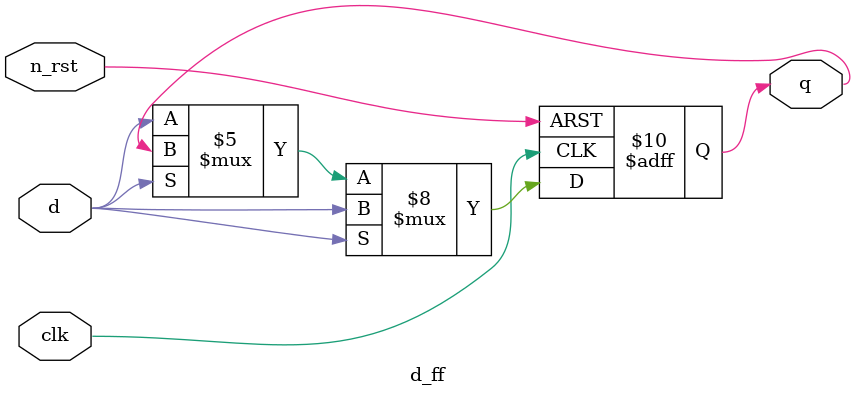
<source format=v>
module d_ff(
    clk,
    n_rst,
    d,
    q
);

input clk;
input n_rst;
input d;
output reg q;


always @(posedge clk or negedge n_rst)
begin
    if(!n_rst)
        q <= 1'b0;
    else if (d == 1'b1)
        q <= d;
    else if (d == 1'b0)
        q <= d;
end

endmodule
</source>
